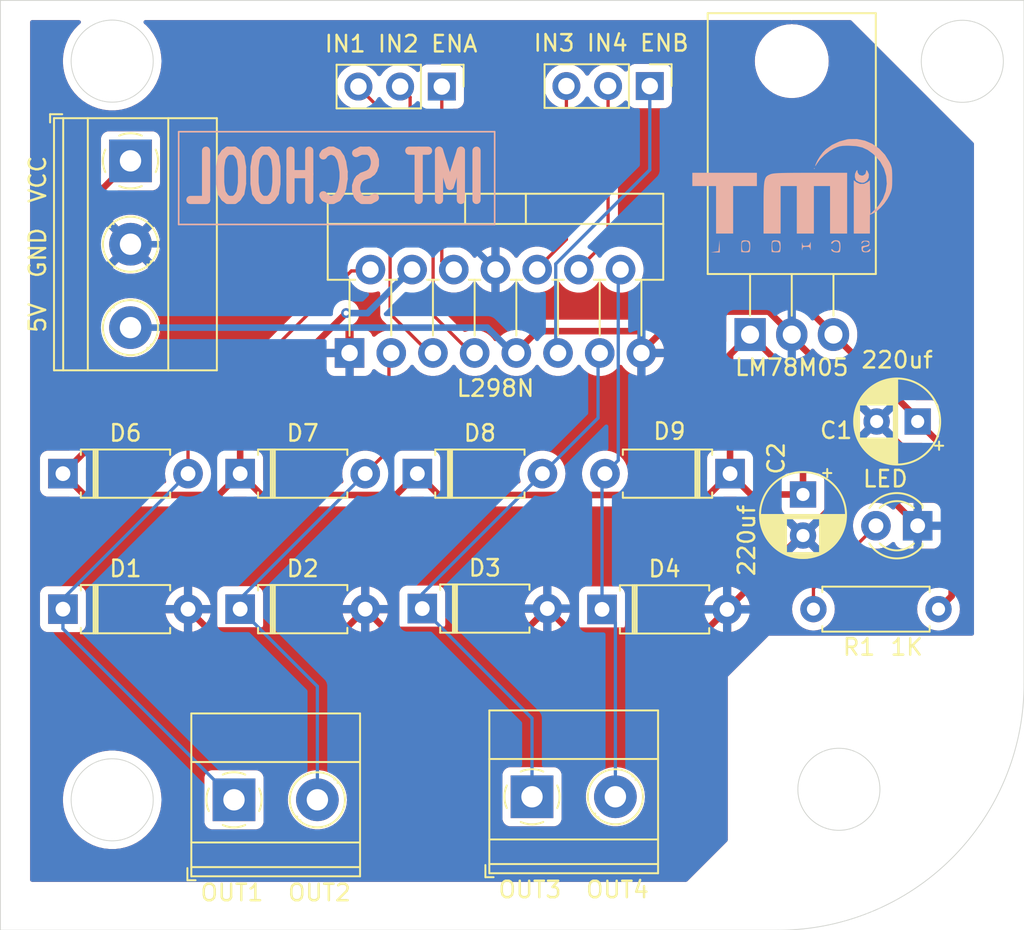
<source format=kicad_pcb>
(kicad_pcb (version 20240108) (generator "pcbnew") (generator_version "8.0")
  (layers (0 "F.Cu" signal) (31 "B.Cu" signal) (34 "B.Paste" user) (35 "F.Paste" user) (36 "B.SilkS" user "B.Silkscreen") (37 "F.SilkS" user "F.Silkscreen") (38 "B.Mask" user) (39 "F.Mask" user) (44 "Edge.Cuts" user))
  (net 0 "")
  (net 1 "/GND")
  (net 2 "/5V")
  (net 3 "/VCC")
  (net 4 "Net-(D5-A)")
  (net 5 "/A_OUT1")
  (net 6 "/A_OUT2")
  (net 7 "/B_OUT3")
  (net 8 "/B_OUT4")
  (net 9 "/IN4")
  (net 10 "/IN2")
  (net 11 "/IN1")
  (net 12 "/EnB")
  (net 13 "/IN3")
  (net 14 "/EnA")
  (footprint "Package_TO_SOT_THT:TO-220-3_Horizontal_TabDown" (layer "F.Cu") (at 168.86 79.16)
    (property "Reference" "U1" (hide yes))
    (property "Value" "LM78M05" (at 2.54 2 0) (layer "F.SilkS"))
    (pad "" np_thru_hole oval (at 2.54 -16.66) (size 3.5 3.5) (drill 3.5) (layers "*.Cu" "*.Mask"))
    (pad "1" thru_hole rect (at 0 0) (size 1.905 2) (drill 1.1) (layers "*.Cu" "*.Mask") (net 3 "/VCC"))
    (pad "2" thru_hole oval (at 2.54 0) (size 1.905 2) (drill 1.1) (layers "*.Cu" "*.Mask") (net 1 "/GND"))
    (pad "3" thru_hole oval (at 5.08 0) (size 1.905 2) (drill 1.1) (layers "*.Cu" "*.Mask") (net 2 "/5V"))
  )
  (footprint "Diode_THT:D_A-405_P7.62mm_Horizontal" (layer "F.Cu") (at 148.59 87.63)
    (property "Reference" "D8" (at 3.81 -2.47 0) (layer "F.SilkS"))
    (property "Value" "D")
    (pad "1" thru_hole rect (at 0 0) (size 1.8 1.8) (drill 0.9) (layers "*.Cu" "*.Mask") (net 3 "/VCC"))
    (pad "2" thru_hole oval (at 7.62 0) (size 1.8 1.8) (drill 0.9) (layers "*.Cu" "*.Mask") (net 7 "/B_OUT3"))
  )
  (footprint "Diode_THT:D_A-405_P7.62mm_Horizontal" (layer "F.Cu") (at 127 87.63)
    (property "Reference" "D6" (at 3.81 -2.47 0) (layer "F.SilkS"))
    (property "Value" "D")
    (pad "1" thru_hole rect (at 0 0) (size 1.8 1.8) (drill 0.9) (layers "*.Cu" "*.Mask") (net 3 "/VCC"))
    (pad "2" thru_hole oval (at 7.62 0) (size 1.8 1.8) (drill 0.9) (layers "*.Cu" "*.Mask") (net 5 "/A_OUT1"))
  )
  (footprint "Capacitor_THT:CP_Radial_D5.0mm_P2.50mm" (layer "F.Cu") (at 179.07 84.455 180)
    (property "Reference" "C1" (at 4.97 -0.545 0) (layer "F.SilkS"))
    (property "Value" "220uf" (at 1.25 3.75 0) (layer "F.SilkS"))
    (pad "1" thru_hole rect (at 0 0 180) (size 1.6 1.6) (drill 0.8) (layers "*.Cu" "*.Mask") (net 2 "/5V"))
    (pad "2" thru_hole circle (at 2.5 0 180) (size 1.6 1.6) (drill 0.8) (layers "*.Cu" "*.Mask") (net 1 "/GND"))
  )
  (footprint "Diode_THT:D_A-405_P7.62mm_Horizontal" (layer "F.Cu") (at 159.84 95.9)
    (property "Reference" "D4" (at 3.81 -2.47 0) (layer "F.SilkS"))
    (property "Value" "D")
    (pad "1" thru_hole rect (at 0 0) (size 1.8 1.8) (drill 0.9) (layers "*.Cu" "*.Mask") (net 8 "/B_OUT4"))
    (pad "2" thru_hole oval (at 7.62 0) (size 1.8 1.8) (drill 0.9) (layers "*.Cu" "*.Mask") (net 1 "/GND"))
  )
  (footprint "Resistor_THT:R_Axial_DIN0207_L6.3mm_D2.5mm_P7.62mm_Horizontal" (layer "F.Cu") (at 180.34 95.885 180)
    (property "Reference" "R1" (at 4.84 -2.315 0) (layer "F.SilkS"))
    (property "Value" "1K" (at 1.94 -2.315 0) (layer "F.SilkS"))
    (pad "1" thru_hole circle (at 0 0 180) (size 1.6 1.6) (drill 0.8) (layers "*.Cu" "*.Mask") (net 2 "/5V"))
    (pad "2" thru_hole oval (at 7.62 0 180) (size 1.6 1.6) (drill 0.8) (layers "*.Cu" "*.Mask") (net 4 "Net-(D5-A)"))
  )
  (footprint "Diode_THT:D_A-405_P7.62mm_Horizontal" (layer "F.Cu") (at 127 95.885)
    (property "Reference" "D1" (at 3.81 -2.47 0) (layer "F.SilkS"))
    (property "Value" "D")
    (pad "1" thru_hole rect (at 0 0) (size 1.8 1.8) (drill 0.9) (layers "*.Cu" "*.Mask") (net 5 "/A_OUT1"))
    (pad "2" thru_hole oval (at 7.62 0) (size 1.8 1.8) (drill 0.9) (layers "*.Cu" "*.Mask") (net 1 "/GND"))
  )
  (footprint "Diode_THT:D_A-405_P7.62mm_Horizontal" (layer "F.Cu") (at 148.89 95.85)
    (property "Reference" "D3" (at 3.81 -2.47 0) (layer "F.SilkS"))
    (property "Value" "D")
    (pad "1" thru_hole rect (at 0 0) (size 1.8 1.8) (drill 0.9) (layers "*.Cu" "*.Mask") (net 7 "/B_OUT3"))
    (pad "2" thru_hole oval (at 7.62 0) (size 1.8 1.8) (drill 0.9) (layers "*.Cu" "*.Mask") (net 1 "/GND"))
  )
  (footprint "Package_TO_SOT_THT:TO-220-15_P2.54x2.54mm_StaggerOdd_Lead4.58mm_Vertical" (layer "F.Cu") (at 144.46 80.28)
    (property "Reference" "U2" (hide yes))
    (property "Value" "L298N" (at 8.89 2.15 0) (layer "F.SilkS"))
    (pad "1" thru_hole rect (at 0 0) (size 1.8 1.8) (drill 1) (layers "*.Cu" "*.Mask") (net 1 "/GND"))
    (pad "2" thru_hole oval (at 1.27 -5.08) (size 1.8 1.8) (drill 1) (layers "*.Cu" "*.Mask") (net 5 "/A_OUT1"))
    (pad "3" thru_hole oval (at 2.54 0) (size 1.8 1.8) (drill 1) (layers "*.Cu" "*.Mask") (net 6 "/A_OUT2"))
    (pad "4" thru_hole oval (at 3.81 -5.08) (size 1.8 1.8) (drill 1) (layers "*.Cu" "*.Mask") (net 3 "/VCC"))
    (pad "5" thru_hole oval (at 5.08 0) (size 1.8 1.8) (drill 1) (layers "*.Cu" "*.Mask") (net 11 "/IN1"))
    (pad "6" thru_hole oval (at 6.35 -5.08) (size 1.8 1.8) (drill 1) (layers "*.Cu" "*.Mask") (net 14 "/EnA"))
    (pad "7" thru_hole oval (at 7.62 0) (size 1.8 1.8) (drill 1) (layers "*.Cu" "*.Mask") (net 10 "/IN2"))
    (pad "8" thru_hole oval (at 8.89 -5.08) (size 1.8 1.8) (drill 1) (layers "*.Cu" "*.Mask") (net 1 "/GND"))
    (pad "9" thru_hole oval (at 10.16 0) (size 1.8 1.8) (drill 1) (layers "*.Cu" "*.Mask") (net 2 "/5V"))
    (pad "10" thru_hole oval (at 11.43 -5.08) (size 1.8 1.8) (drill 1) (layers "*.Cu" "*.Mask") (net 13 "/IN3"))
    (pad "11" thru_hole oval (at 12.7 0) (size 1.8 1.8) (drill 1) (layers "*.Cu" "*.Mask") (net 12 "/EnB"))
    (pad "12" thru_hole oval (at 13.97 -5.08) (size 1.8 1.8) (drill 1) (layers "*.Cu" "*.Mask") (net 9 "/IN4"))
    (pad "13" thru_hole oval (at 15.24 0) (size 1.8 1.8) (drill 1) (layers "*.Cu" "*.Mask") (net 7 "/B_OUT3"))
    (pad "14" thru_hole oval (at 16.51 -5.08) (size 1.8 1.8) (drill 1) (layers "*.Cu" "*.Mask") (net 8 "/B_OUT4"))
    (pad "15" thru_hole oval (at 17.78 0) (size 1.8 1.8) (drill 1) (layers "*.Cu" "*.Mask") (net 1 "/GND"))
  )
  (footprint "Connector_PinHeader_2.54mm:PinHeader_1x03_P2.54mm_Vertical" (layer "F.Cu") (at 162.75 64.02 -90)
    (property "Reference" "J3" (hide yes))
    (property "Value" "IN3 IN4 ENB" (at -2.62 2.35 0) (layer "F.SilkS"))
    (pad "1" thru_hole rect (at 0 0 270) (size 1.7 1.7) (drill 1) (layers "*.Cu" "*.Mask") (net 12 "/EnB"))
    (pad "2" thru_hole oval (at 0 2.54 270) (size 1.7 1.7) (drill 1) (layers "*.Cu" "*.Mask") (net 9 "/IN4"))
    (pad "3" thru_hole oval (at 0 5.08 270) (size 1.7 1.7) (drill 1) (layers "*.Cu" "*.Mask") (net 13 "/IN3"))
  )
  (footprint "TerminalBlock_Phoenix:TerminalBlock_Phoenix_MKDS-1,5-2-5.08_1x02_P5.08mm_Horizontal" (layer "F.Cu") (at 137.42 107.5)
    (property "Reference" "J4" (hide yes))
    (property "Value" "OUT1  OUT2" (at 2.54 5.66 0) (layer "F.SilkS"))
    (pad "1" thru_hole rect (at 0 0) (size 2.6 2.6) (drill 1.3) (layers "*.Cu" "*.Mask") (net 5 "/A_OUT1"))
    (pad "2" thru_hole circle (at 5.08 0) (size 2.6 2.6) (drill 1.3) (layers "*.Cu" "*.Mask") (net 6 "/A_OUT2"))
  )
  (footprint "TerminalBlock_Phoenix:TerminalBlock_Phoenix_MKDS-1,5-3-5.08_1x03_P5.08mm_Horizontal" (layer "F.Cu") (at 131.115 68.575 -90)
    (property "Reference" "J1" (hide yes))
    (property "Value" "5V  GND  VCC" (at 5.08 5.66 90) (layer "F.SilkS"))
    (pad "1" thru_hole rect (at 0 0 270) (size 2.6 2.6) (drill 1.3) (layers "*.Cu" "*.Mask") (net 3 "/VCC"))
    (pad "2" thru_hole circle (at 5.08 0 270) (size 2.6 2.6) (drill 1.3) (layers "*.Cu" "*.Mask") (net 1 "/GND"))
    (pad "3" thru_hole circle (at 10.16 0 270) (size 2.6 2.6) (drill 1.3) (layers "*.Cu" "*.Mask") (net 2 "/5V"))
  )
  (footprint "Capacitor_THT:CP_Radial_D5.0mm_P2.50mm" (layer "F.Cu") (at 172.085 88.9 -90)
    (property "Reference" "C2" (at -2.2 1.635 90) (layer "F.SilkS"))
    (property "Value" "220uf" (at 2.8 3.435 90) (layer "F.SilkS"))
    (pad "1" thru_hole rect (at 0 0 270) (size 1.6 1.6) (drill 0.8) (layers "*.Cu" "*.Mask") (net 3 "/VCC"))
    (pad "2" thru_hole circle (at 2.5 0 270) (size 1.6 1.6) (drill 0.8) (layers "*.Cu" "*.Mask") (net 1 "/GND"))
  )
  (footprint "Connector_PinHeader_2.54mm:PinHeader_1x03_P2.54mm_Vertical" (layer "F.Cu") (at 150.08 64.05 -90)
    (property "Reference" "J2" (hide yes))
    (property "Value" "IN1 IN2 ENA" (at -2.6 2.48 0) (layer "F.SilkS"))
    (pad "1" thru_hole rect (at 0 0 270) (size 1.7 1.7) (drill 1) (layers "*.Cu" "*.Mask") (net 14 "/EnA"))
    (pad "2" thru_hole oval (at 0 2.54 270) (size 1.7 1.7) (drill 1) (layers "*.Cu" "*.Mask") (net 10 "/IN2"))
    (pad "3" thru_hole oval (at 0 5.08 270) (size 1.7 1.7) (drill 1) (layers "*.Cu" "*.Mask") (net 11 "/IN1"))
  )
  (footprint "Diode_THT:D_A-405_P7.62mm_Horizontal" (layer "F.Cu") (at 137.795 95.885)
    (property "Reference" "D2" (at 3.81 -2.47 0) (layer "F.SilkS"))
    (property "Value" "D")
    (pad "1" thru_hole rect (at 0 0) (size 1.8 1.8) (drill 0.9) (layers "*.Cu" "*.Mask") (net 6 "/A_OUT2"))
    (pad "2" thru_hole oval (at 7.62 0) (size 1.8 1.8) (drill 0.9) (layers "*.Cu" "*.Mask") (net 1 "/GND"))
  )
  (footprint "Diode_THT:D_A-405_P7.62mm_Horizontal" (layer "F.Cu") (at 137.795 87.63)
    (property "Reference" "D7" (at 3.81 -2.47 0) (layer "F.SilkS"))
    (property "Value" "D")
    (pad "1" thru_hole rect (at 0 0) (size 1.8 1.8) (drill 0.9) (layers "*.Cu" "*.Mask") (net 3 "/VCC"))
    (pad "2" thru_hole oval (at 7.62 0) (size 1.8 1.8) (drill 0.9) (layers "*.Cu" "*.Mask") (net 6 "/A_OUT2"))
  )
  (footprint "Diode_THT:D_A-405_P7.62mm_Horizontal" (layer "F.Cu") (at 167.64 87.63 180)
    (property "Reference" "D9" (at 3.69 2.58 0) (layer "F.SilkS"))
    (property "Value" "D")
    (pad "1" thru_hole rect (at 0 0 180) (size 1.8 1.8) (drill 0.9) (layers "*.Cu" "*.Mask") (net 3 "/VCC"))
    (pad "2" thru_hole oval (at 7.62 0 180) (size 1.8 1.8) (drill 0.9) (layers "*.Cu" "*.Mask") (net 8 "/B_OUT4"))
  )
  (footprint "TerminalBlock_Phoenix:TerminalBlock_Phoenix_MKDS-1,5-2-5.08_1x02_P5.08mm_Horizontal" (layer "F.Cu") (at 155.575 107.315)
    (property "Reference" "J5" (hide yes))
    (property "Value" "OUT3  OUT4" (at 2.54 5.66 0) (layer "F.SilkS"))
    (pad "1" thru_hole rect (at 0 0) (size 2.6 2.6) (drill 1.3) (layers "*.Cu" "*.Mask") (net 7 "/B_OUT3"))
    (pad "2" thru_hole circle (at 5.08 0) (size 2.6 2.6) (drill 1.3) (layers "*.Cu" "*.Mask") (net 8 "/B_OUT4"))
  )
  (footprint "LED_THT:LED_D3.0mm" (layer "F.Cu") (at 179.07 90.805 180)
    (property "Reference" "D5" (hide yes))
    (property "Value" "LED" (at 1.97 2.855 0) (layer "F.SilkS"))
    (pad "1" thru_hole rect (at 0 0 180) (size 1.8 1.8) (drill 0.9) (layers "*.Cu" "*.Mask") (net 1 "/GND"))
    (pad "2" thru_hole circle (at 2.54 0 180) (size 1.8 1.8) (drill 0.9) (layers "*.Cu" "*.Mask") (net 4 "Net-(D5-A)"))
  )
  (footprint "logo_Footprints:IMT_LOGO2" (layer "B.Cu") (at 171.59 70.69 180)
    (property "Reference" "G***" (hide yes))
    (property "Value" "LOGO" (hide yes))
  )
  (gr_line (start 153.3 72.45) (end 153.3 66.8) (stroke (width 0.1)) (layer "B.SilkS"))
  (gr_line (start 153.3 66.8) (end 134.05 66.8) (stroke (width 0.1)) (layer "B.SilkS"))
  (gr_line (start 134.05 66.8) (end 134.05 72.45) (stroke (width 0.1)) (layer "B.SilkS"))
  (gr_line (start 134.05 72.45) (end 153.3 72.45) (stroke (width 0.1)) (layer "B.SilkS"))
  (gr_line (start 185.547 58.801) (end 123.19 58.801) (stroke (width 0.05)) (layer "Edge.Cuts"))
  (gr_circle (center 181.79 62.51) (end 181.79 60.01) (stroke (width 0.05)) (fill none) (layer "Edge.Cuts"))
  (gr_line (start 185.547 100.457) (end 185.547 58.81) (stroke (width 0.05)) (layer "Edge.Cuts"))
  (gr_line (start 123.19 115.443) (end 170.561 115.443) (stroke (width 0.05)) (layer "Edge.Cuts"))
  (gr_line (start 123.19 58.801) (end 123.19 104.14) (stroke (width 0.05)) (layer "Edge.Cuts"))
  (gr_arc (start 185.547 100.457) (mid 181.157702 111.053702) (end 170.561 115.443) (stroke (width 0.05)) (layer "Edge.Cuts"))
  (gr_line (start 123.19 104.14) (end 123.19 115.443) (stroke (width 0.05)) (layer "Edge.Cuts"))
  (gr_circle (center 130 62.5) (end 130 60) (stroke (width 0.05)) (fill none) (layer "Edge.Cuts"))
  (gr_circle (center 130 107.5) (end 130 105) (stroke (width 0.05)) (fill none) (layer "Edge.Cuts"))
  (gr_circle (center 174.27 106.86) (end 176.77 106.86) (stroke (width 0.05)) (fill none) (layer "Edge.Cuts"))
  (gr_text "IMT SCHOOL" (at 153 71.35 0) (layer "B.SilkS") (effects (font (size 3 2) (thickness 0.5) (bold yes)) (justify left bottom mirror)))
  (segment (start 177.415 89.15) (end 179.07 90.805) (width 0.4) (layer "F.Cu") (net 1))
  (segment (start 176.57 84.455) (end 171.4 79.285) (width 0.4) (layer "F.Cu") (net 1))
  (segment (start 171.4 79.16) (end 170 77.76) (width 0.4) (layer "F.Cu") (net 1))
  (segment (start 164.7 77.76) (end 162.1 80.36) (width 0.4) (layer "F.Cu") (net 1))
  (segment (start 171.4 79.285) (end 171.4 79.16) (width 0.4) (layer "F.Cu") (net 1))
  (segment (start 172.085 91.4) (end 174.335 89.15) (width 0.4) (layer "F.Cu") (net 1))
  (segment (start 157.86 97.2) (end 166.16 97.2) (width 0.4) (layer "F.Cu") (net 1))
  (segment (start 167.46 95.9) (end 171.96 91.4) (width 0.4) (layer "F.Cu") (net 1))
  (segment (start 179.07 86.955) (end 176.57 84.455) (width 0.4) (layer "F.Cu") (net 1))
  (segment (start 170 77.76) (end 164.7 77.76) (width 0.4) (layer "F.Cu") (net 1))
  (segment (start 179.07 90.805) (end 179.07 86.955) (width 0.4) (layer "F.Cu") (net 1))
  (segment (start 135.92 97.185) (end 144.115 97.185) (width 0.4) (layer "F.Cu") (net 1))
  (segment (start 144.115 97.185) (end 145.415 95.885) (width 0.4) (layer "F.Cu") (net 1))
  (segment (start 174.335 89.15) (end 177.415 89.15) (width 0.4) (layer "F.Cu") (net 1))
  (segment (start 146.68 97.15) (end 155.21 97.15) (width 0.4) (layer "F.Cu") (net 1))
  (segment (start 156.51 95.85) (end 157.86 97.2) (width 0.4) (layer "F.Cu") (net 1))
  (segment (start 155.21 97.15) (end 156.51 95.85) (width 0.4) (layer "F.Cu") (net 1))
  (segment (start 145.415 95.885) (end 146.68 97.15) (width 0.4) (layer "F.Cu") (net 1))
  (segment (start 134.62 95.885) (end 135.92 97.185) (width 0.4) (layer "F.Cu") (net 1))
  (segment (start 171.96 91.4) (end 172.085 91.4) (width 0.4) (layer "F.Cu") (net 1))
  (segment (start 166.16 97.2) (end 167.46 95.9) (width 0.4) (layer "F.Cu") (net 1))
  (segment (start 131.115 73.655) (end 151.805 73.655) (width 0.4) (layer "B.Cu") (net 1))
  (segment (start 151.805 73.655) (end 153.35 75.2) (width 0.4) (layer "B.Cu") (net 1))
  (segment (start 181.139999 95.085001) (end 181.139999 86.524999) (width 0.4) (layer "F.Cu") (net 2))
  (segment (start 173.94 79.16) (end 171.58 76.8) (width 0.4) (layer "F.Cu") (net 2))
  (segment (start 180.34 95.885) (end 181.139999 95.085001) (width 0.4) (layer "F.Cu") (net 2))
  (segment (start 155.89 78.95) (end 154.48 80.36) (width 0.4) (layer "F.Cu") (net 2))
  (segment (start 179.07 84.455) (end 179.07 84.29) (width 0.4) (layer "F.Cu") (net 2))
  (segment (start 162.15 78.95) (end 155.89 78.95) (width 0.4) (layer "F.Cu") (net 2))
  (segment (start 179.07 84.29) (end 173.94 79.16) (width 0.4) (layer "F.Cu") (net 2))
  (segment (start 164.3 76.8) (end 162.15 78.95) (width 0.4) (layer "F.Cu") (net 2))
  (segment (start 181.139999 86.524999) (end 179.07 84.455) (width 0.4) (layer "F.Cu") (net 2))
  (segment (start 171.58 76.8) (end 164.3 76.8) (width 0.4) (layer "F.Cu") (net 2))
  (segment (start 131.115 78.735) (end 152.855 78.735) (width 0.4) (layer "B.Cu") (net 2))
  (segment (start 152.855 78.735) (end 154.48 80.36) (width 0.4) (layer "B.Cu") (net 2))
  (segment (start 128.3 88.93) (end 127 87.63) (width 0.4) (layer "F.Cu") (net 3))
  (segment (start 168.91 88.9) (end 167.64 87.63) (width 0.4) (layer "F.Cu") (net 3))
  (segment (start 172.085 88.9) (end 168.91 88.9) (width 0.4) (layer "F.Cu") (net 3))
  (segment (start 172.085 82.385) (end 168.86 79.16) (width 0.4) (layer "F.Cu") (net 3))
  (segment (start 128.7 85.93) (end 128.7 70.99) (width 0.4) (layer "F.Cu") (net 3))
  (segment (start 144.25 77.85) (end 137.795 84.305) (width 0.4) (layer "F.Cu") (net 3))
  (segment (start 137.795 84.305) (end 137.795 87.63) (width 0.4) (layer "F.Cu") (net 3))
  (segment (start 136.495 88.93) (end 128.3 88.93) (width 0.4) (layer "F.Cu") (net 3))
  (segment (start 167.64 80.38) (end 168.86 79.16) (width 0.4) (layer "F.Cu") (net 3))
  (segment (start 167.64 87.63) (end 166.34 88.93) (width 0.4) (layer "F.Cu") (net 3))
  (segment (start 139.095 88.93) (end 137.795 87.63) (width 0.4) (layer "F.Cu") (net 3))
  (segment (start 147.29 88.93) (end 139.095 88.93) (width 0.4) (layer "F.Cu") (net 3))
  (segment (start 167.64 87.63) (end 167.64 80.38) (width 0.4) (layer "F.Cu") (net 3))
  (segment (start 148.59 87.63) (end 147.29 88.93) (width 0.4) (layer "F.Cu") (net 3))
  (segment (start 127 87.63) (end 128.7 85.93) (width 0.4) (layer "F.Cu") (net 3))
  (segment (start 166.34 88.93) (end 149.89 88.93) (width 0.4) (layer "F.Cu") (net 3))
  (segment (start 149.89 88.93) (end 148.59 87.63) (width 0.4) (layer "F.Cu") (net 3))
  (segment (start 137.795 87.63) (end 136.495 88.93) (width 0.4) (layer "F.Cu") (net 3))
  (segment (start 128.7 70.99) (end 131.115 68.575) (width 0.4) (layer "F.Cu") (net 3))
  (segment (start 172.085 88.9) (end 172.085 82.385) (width 0.4) (layer "F.Cu") (net 3))
  (via (at 144.25 77.85) (size 0.6) (drill 0.3) (layers "F.Cu" "B.Cu") (net 3))
  (segment (start 148.13 75.28) (end 145.56 77.85) (width 0.4) (layer "B.Cu") (net 3))
  (segment (start 145.56 77.85) (end 144.25 77.85) (width 0.4) (layer "B.Cu") (net 3))
  (segment (start 172.72 94.615) (end 172.72 95.885) (width 0.2) (layer "F.Cu") (net 4))
  (segment (start 176.53 90.805) (end 172.72 94.615) (width 0.2) (layer "F.Cu") (net 4))
  (segment (start 134.62 85.23) (end 144.57 75.28) (width 0.2) (layer "F.Cu") (net 5))
  (segment (start 144.57 75.28) (end 145.59 75.28) (width 0.2) (layer "F.Cu") (net 5))
  (segment (start 134.62 87.63) (end 134.62 85.23) (width 0.2) (layer "F.Cu") (net 5))
  (segment (start 127 97.08) (end 127 95.885) (width 0.2) (layer "B.Cu") (net 5))
  (segment (start 127 95.25) (end 134.62 87.63) (width 0.2) (layer "B.Cu") (net 5))
  (segment (start 137.42 107.5) (end 127 97.08) (width 0.2) (layer "B.Cu") (net 5))
  (segment (start 127 95.885) (end 127 95.25) (width 0.2) (layer "B.Cu") (net 5))
  (segment (start 146.86 86.185) (end 145.415 87.63) (width 0.2) (layer "F.Cu") (net 6))
  (segment (start 146.86 80.36) (end 146.86 86.185) (width 0.2) (layer "F.Cu") (net 6))
  (segment (start 142.5 107.5) (end 142.5 100.59) (width 0.2) (layer "B.Cu") (net 6))
  (segment (start 142.5 100.59) (end 137.795 95.885) (width 0.2) (layer "B.Cu") (net 6))
  (segment (start 137.795 95.25) (end 145.415 87.63) (width 0.2) (layer "B.Cu") (net 6))
  (segment (start 137.795 95.885) (end 137.795 95.25) (width 0.2) (layer "B.Cu") (net 6))
  (segment (start 159.6 80.4) (end 159.56 80.36) (width 0.2) (layer "B.Cu") (net 7))
  (segment (start 148.89 94.95) (end 156.21 87.63) (width 0.2) (layer "B.Cu") (net 7))
  (segment (start 148.89 95.85) (end 148.89 94.95) (width 0.2) (layer "B.Cu") (net 7))
  (segment (start 156.21 87.63) (end 159.6 84.24) (width 0.2) (layer "B.Cu") (net 7))
  (segment (start 155.575 107.315) (end 155.575 102.535) (width 0.2) (layer "B.Cu") (net 7))
  (segment (start 159.6 84.24) (end 159.6 80.4) (width 0.2) (layer "B.Cu") (net 7))
  (segment (start 155.575 102.535) (end 148.89 95.85) (width 0.2) (layer "B.Cu") (net 7))
  (segment (start 160.655 107.315) (end 160.655 96.715) (width 0.2) (layer "B.Cu") (net 8))
  (segment (start 160.83 86.82) (end 160.83 75.28) (width 0.2) (layer "B.Cu") (net 8))
  (segment (start 159.84 95.9) (end 159.84 87.81) (width 0.2) (layer "B.Cu") (net 8))
  (segment (start 160.02 87.63) (end 160.83 86.82) (width 0.2) (layer "B.Cu") (net 8))
  (segment (start 160.655 96.715) (end 159.84 95.9) (width 0.2) (layer "B.Cu") (net 8))
  (segment (start 159.84 87.81) (end 160.02 87.63) (width 0.2) (layer "B.Cu") (net 8))
  (segment (start 160.21 73.36) (end 158.29 75.28) (width 0.2) (layer "F.Cu") (net 9))
  (segment (start 160.21 64.02) (end 160.21 73.36) (width 0.2) (layer "F.Cu") (net 9))
  (segment (start 147.54 64.09) (end 148.15 64.7) (width 0.2) (layer "F.Cu") (net 10))
  (segment (start 149.55 77.97) (end 151.94 80.36) (width 0.2) (layer "F.Cu") (net 10))
  (segment (start 148.15 64.7) (end 148.15 72.9) (width 0.2) (layer "F.Cu") (net 10))
  (segment (start 148.15 72.9) (end 149.55 74.3) (width 0.2) (layer "F.Cu") (net 10))
  (segment (start 149.55 74.3) (end 149.55 77.97) (width 0.2) (layer "F.Cu") (net 10))
  (segment (start 146.93 77.89) (end 149.4 80.36) (width 0.2) (layer "F.Cu") (net 11))
  (segment (start 145 64.09) (end 146.93 66.02) (width 0.2) (layer "F.Cu") (net 11))
  (segment (start 146.93 66.02) (end 146.93 77.89) (width 0.2) (layer "F.Cu") (net 11))
  (segment (start 157.02 74.852943) (end 162.75 69.122943) (width 0.2) (layer "B.Cu") (net 12))
  (segment (start 162.75 69.122943) (end 162.75 64.02) (width 0.2) (layer "B.Cu") (net 12))
  (segment (start 157.02 80.36) (end 157.02 74.852943) (width 0.2) (layer "B.Cu") (net 12))
  (segment (start 157.67 64.02) (end 157.67 73.36) (width 0.2) (layer "F.Cu") (net 13))
  (segment (start 157.67 73.36) (end 155.75 75.28) (width 0.2) (layer "F.Cu") (net 13))
  (segment (start 150.08 64.09) (end 150.08 74.69) (width 0.2) (layer "F.Cu") (net 14))
  (segment (start 150.08 74.69) (end 150.67 75.28) (width 0.2) (layer "F.Cu") (net 14))
  (zone (net 1) (net_name "/GND") (layers "F&B.Cu") (connect_pads (clearance 0.5)) (min_thickness 0.25) (fill yes (thermal_gap 0.5) (thermal_bridge_width 0.5))
    (polygon (pts (xy 125 60) (xy 125 112.5) (xy 165 112.5) (xy 167.5 110) (xy 167.5 100) (xy 170 97.5) (xy 182.5 97.5) (xy 182.5 67.5) (xy 175 60)))
  )
)
</source>
